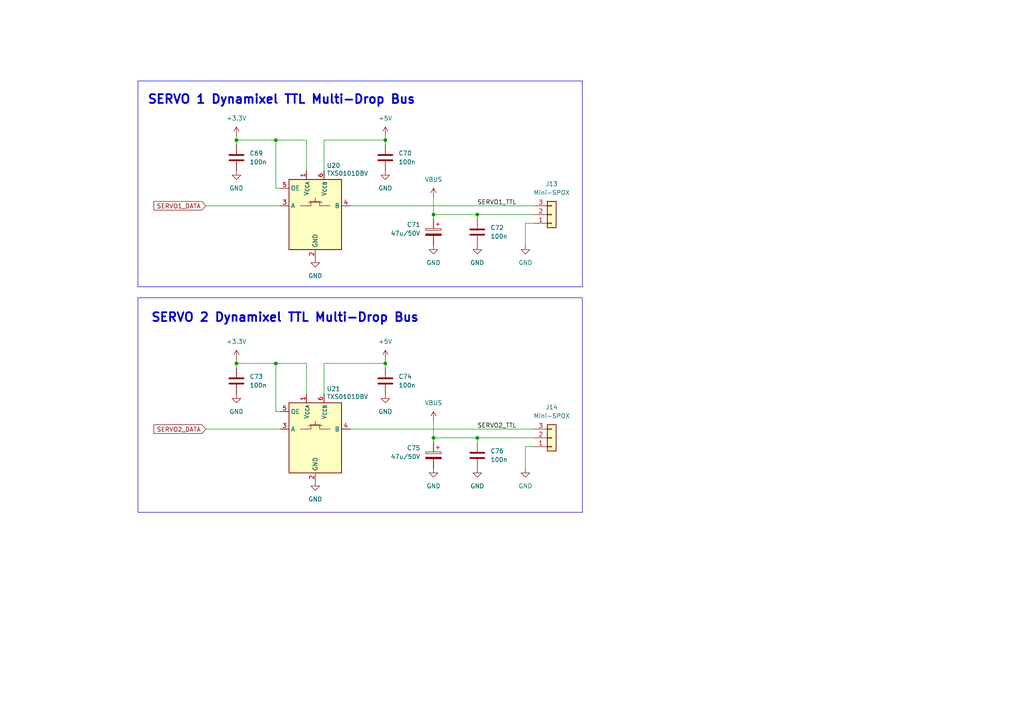
<source format=kicad_sch>
(kicad_sch (version 20231120) (generator "eeschema") (generator_version "8.0")
  (paper "A4")
  (title_block (title "Hogger2 Controller") (date "2025-03-08") (rev "V1.1") (comment 4 "Author: Eryk Możdżeń"))
  (lib_symbols
    (symbol "Connector_Generic:Conn_01x03" (pin_names (offset 1.016) hide)
      (property "Reference" "J" (at 0 5.08 0))
      (property "Value" "Conn_01x03" (at 0 -5.08 0))
      (symbol "Conn_01x03_1_1"
        (rectangle (start -1.27 -2.413) (end 0 -2.667) (stroke (width 0.1524)))
        (rectangle (start -1.27 0.127) (end 0 -0.127) (stroke (width 0.1524)))
        (rectangle (start -1.27 2.667) (end 0 2.413) (stroke (width 0.1524)))
        (rectangle (start -1.27 3.81) (end 1.27 -3.81) (stroke (width 0.254)) (fill (type background)))
        (pin passive line (at -5.08 2.54 0) (length 3.81) (name "Pin_1") (number "1"))
        (pin passive line (at -5.08 0 0) (length 3.81) (name "Pin_2") (number "2"))
        (pin passive line (at -5.08 -2.54 0) (length 3.81) (name "Pin_3") (number "3"))
      )
    )
    (symbol "Device:C" (pin_numbers hide) (pin_names (offset 0.254))
      (property "Reference" "C" (at 0.635 2.54 0))
      (property "Value" "C" (at 0.635 -2.54 0))
      (symbol "C_0_1"
        (polyline (pts (xy -2.032 -0.762) (xy 2.032 -0.762)) (stroke (width 0.508)))
        (polyline (pts (xy -2.032 0.762) (xy 2.032 0.762)) (stroke (width 0.508)))
      )
      (symbol "C_1_1"
        (pin passive line (at 0 3.81 270) (length 2.794) (name "~") (number "1"))
        (pin passive line (at 0 -3.81 90) (length 2.794) (name "~") (number "2"))
      )
    )
    (symbol "Device:C_Polarized" (pin_numbers hide) (pin_names (offset 0.254))
      (property "Reference" "C" (at 0.635 2.54 0))
      (property "Value" "C_Polarized" (at 0.635 -2.54 0))
      (symbol "C_Polarized_0_1"
        (rectangle (start -2.286 0.508) (end 2.286 1.016))
        (polyline (pts (xy -1.778 2.286) (xy -0.762 2.286)))
        (polyline (pts (xy -1.27 2.794) (xy -1.27 1.778)))
        (rectangle (start 2.286 -0.508) (end -2.286 -1.016) (fill (type outline)))
      )
      (symbol "C_Polarized_1_1"
        (pin passive line (at 0 3.81 270) (length 2.794) (name "~") (number "1"))
        (pin passive line (at 0 -3.81 90) (length 2.794) (name "~") (number "2"))
      )
    )
    (symbol "Logic_LevelTranslator:TXS0101DBV"
      (property "Reference" "U" (at -6.35 11.43 0))
      (property "Value" "TXS0101DBV" (at 8.89 11.43 0))
      (symbol "TXS0101DBV_0_1"
        (rectangle (start -7.62 10.16) (end 7.62 -10.16) (stroke (width 0.254)) (fill (type background)))
      )
      (symbol "TXS0101DBV_1_1"
        (polyline (pts (xy -4.318 2.54) (xy -1.27 2.54)))
        (polyline (pts (xy -2.032 3.556) (xy 2.032 3.556)))
        (polyline (pts (xy -1.524 3.81) (xy 1.524 3.81)))
        (polyline (pts (xy -1.27 2.54) (xy -1.27 3.556)))
        (polyline (pts (xy 0 3.81) (xy 0 4.826)))
        (polyline (pts (xy 1.27 2.54) (xy 1.27 3.556)))
        (polyline (pts (xy 4.318 2.54) (xy 1.27 2.54)))
        (pin power_in line (at -2.54 12.7 270) (length 2.54) (name "V_{CCA}") (number "1"))
        (pin power_in line (at 0 -12.7 90) (length 2.54) (name "GND") (number "2"))
        (pin bidirectional line (at -10.16 2.54 0) (length 2.54) (name "A") (number "3"))
        (pin bidirectional line (at 10.16 2.54 180) (length 2.54) (name "B") (number "4"))
        (pin input line (at -10.16 7.62 0) (length 2.54) (name "OE") (number "5"))
        (pin power_in line (at 2.54 12.7 270) (length 2.54) (name "V_{CCB}") (number "6"))
      )
    )
    (symbol "VBUS_1" (power) (pin_numbers hide) (pin_names (offset 0) hide)
      (property "Value" "VBUS" (at 0 3.556 0))
      (symbol "VBUS_1_0_1"
        (polyline (pts (xy -0.762 1.27) (xy 0 2.54)))
        (polyline (pts (xy 0 0) (xy 0 2.54)))
        (polyline (pts (xy 0 2.54) (xy 0.762 1.27)))
      )
      (symbol "VBUS_1_1_1"
        (pin power_in line (at 0 0 90) (length 0) (name "~") (number "1"))
      )
    )
    (symbol "power:+3.3V" (power) (pin_numbers hide) (pin_names (offset 0) hide)
      (property "Value" "+3.3V" (at 0 3.556 0))
      (symbol "+3.3V_0_1"
        (polyline (pts (xy -0.762 1.27) (xy 0 2.54)))
        (polyline (pts (xy 0 0) (xy 0 2.54)))
        (polyline (pts (xy 0 2.54) (xy 0.762 1.27)))
      )
      (symbol "+3.3V_1_1"
        (pin power_in line (at 0 0 90) (length 0) (name "~") (number "1"))
      )
    )
    (symbol "power:+5V" (power) (pin_numbers hide) (pin_names (offset 0) hide)
      (property "Value" "+5V" (at 0 3.556 0))
      (symbol "+5V_0_1"
        (polyline (pts (xy -0.762 1.27) (xy 0 2.54)))
        (polyline (pts (xy 0 0) (xy 0 2.54)))
        (polyline (pts (xy 0 2.54) (xy 0.762 1.27)))
      )
      (symbol "+5V_1_1"
        (pin power_in line (at 0 0 90) (length 0) (name "~") (number "1"))
      )
    )
    (symbol "power:GND" (power) (pin_numbers hide) (pin_names (offset 0) hide)
      (property "Value" "GND" (at 0 -3.81 0))
      (symbol "GND_0_1"
        (polyline (pts (xy 0 0) (xy 0 -1.27) (xy 1.27 -1.27) (xy 0 -2.54) (xy -1.27 -1.27) (xy 0 -1.27)))
      )
      (symbol "GND_1_1"
        (pin power_in line (at 0 0 270) (length 0) (name "~") (number "1"))
      )
    )
  )
  (junction (at 125.73 62.23))
  (junction (at 138.43 62.23))
  (junction (at 138.43 127))
  (junction (at 68.58 105.41))
  (junction (at 111.76 40.64))
  (junction (at 111.76 105.41))
  (junction (at 80.01 105.41))
  (junction (at 68.58 40.64))
  (junction (at 80.01 40.64))
  (junction (at 125.73 127))
  (wire (pts (xy 68.58 40.64) (xy 68.58 41.91)))
  (wire (pts (xy 125.73 57.15) (xy 125.73 62.23)))
  (wire (pts (xy 68.58 105.41) (xy 68.58 106.68)))
  (wire (pts (xy 88.9 105.41) (xy 88.9 114.3)))
  (wire (pts (xy 68.58 105.41) (xy 80.01 105.41)))
  (wire (pts (xy 68.58 39.37) (xy 68.58 40.64)))
  (wire (pts (xy 93.98 105.41) (xy 111.76 105.41)))
  (wire (pts (xy 80.01 119.38) (xy 80.01 105.41)))
  (wire (pts (xy 80.01 40.64) (xy 88.9 40.64)))
  (wire (pts (xy 101.6 59.69) (xy 154.94 59.69)))
  (wire (pts (xy 93.98 49.53) (xy 93.98 40.64)))
  (wire (pts (xy 101.6 124.46) (xy 154.94 124.46)))
  (wire (pts (xy 80.01 105.41) (xy 88.9 105.41)))
  (wire (pts (xy 138.43 62.23) (xy 125.73 62.23)))
  (wire (pts (xy 125.73 121.92) (xy 125.73 127)))
  (wire (pts (xy 125.73 62.23) (xy 125.73 63.5)))
  (wire (pts (xy 111.76 104.14) (xy 111.76 105.41)))
  (wire (pts (xy 88.9 40.64) (xy 88.9 49.53)))
  (wire (pts (xy 138.43 127) (xy 125.73 127)))
  (wire (pts (xy 152.4 71.12) (xy 152.4 64.77)))
  (wire (pts (xy 152.4 129.54) (xy 154.94 129.54)))
  (wire (pts (xy 154.94 62.23) (xy 138.43 62.23)))
  (wire (pts (xy 81.28 54.61) (xy 80.01 54.61)))
  (wire (pts (xy 68.58 104.14) (xy 68.58 105.41)))
  (wire (pts (xy 68.58 40.64) (xy 80.01 40.64)))
  (wire (pts (xy 125.73 127) (xy 125.73 128.27)))
  (wire (pts (xy 59.69 59.69) (xy 81.28 59.69)))
  (wire (pts (xy 154.94 127) (xy 138.43 127)))
  (wire (pts (xy 138.43 127) (xy 138.43 128.27)))
  (wire (pts (xy 81.28 119.38) (xy 80.01 119.38)))
  (wire (pts (xy 152.4 64.77) (xy 154.94 64.77)))
  (wire (pts (xy 111.76 39.37) (xy 111.76 40.64)))
  (wire (pts (xy 138.43 62.23) (xy 138.43 63.5)))
  (wire (pts (xy 111.76 40.64) (xy 111.76 41.91)))
  (wire (pts (xy 152.4 135.89) (xy 152.4 129.54)))
  (wire (pts (xy 59.69 124.46) (xy 81.28 124.46)))
  (wire (pts (xy 80.01 54.61) (xy 80.01 40.64)))
  (wire (pts (xy 111.76 105.41) (xy 111.76 106.68)))
  (wire (pts (xy 93.98 40.64) (xy 111.76 40.64)))
  (wire (pts (xy 93.98 114.3) (xy 93.98 105.41)))
  (rectangle (start 40.005 86.36) (end 168.91 148.59))
  (rectangle (start 40.005 23.495) (end 168.91 83.185))
  (text "SERVO 1 Dynamixel TTL Multi-Drop Bus" (at 42.672 28.956 0) (effects (font (size 2.54 2.54) (thickness 0.508) (bold yes)) (justify left)))
  (text "SERVO 2 Dynamixel TTL Multi-Drop Bus" (at 43.688 92.202 0) (effects (font (size 2.54 2.54) (thickness 0.508) (bold yes)) (justify left)))
  (label "SERVO1_TTL" (at 138.43 59.69 0))
  (label "SERVO2_TTL" (at 138.43 124.46 0))
  (global_label "SERVO2_DATA" (shape input) (at 59.69 124.46 180) (property "Intersheetrefs" "${INTERSHEET_REFS}" (effects (hide yes))))
  (global_label "SERVO1_DATA" (shape input) (at 59.69 59.69 180) (property "Intersheetrefs" "${INTERSHEET_REFS}" (effects (hide yes))))
  (symbol (lib_id "Device:C") (at 68.58 45.72 0) (unit 1)
    (property "Reference" "C69" (at 72.39 44.4499 0) (effects (justify left)))
    (property "Value" "100n" (at 72.39 46.9899 0) (effects (justify left)))
    (property "Footprint" "Capacitor_SMD:C_0603_1608Metric" (effects (hide yes)))
    (property "Description" "Unpolarized capacitor" (effects (hide yes)))
  )
  (symbol (lib_id "Connector_Generic:Conn_01x03") (at 160.02 62.23 0) (mirror x) (unit 1)
    (property "Reference" "J13" (at 160.02 53.34 0))
    (property "Value" "Mini-SPOX" (at 160.02 55.88 0))
    (property "Footprint" "hogger2:Molex-MiniSPOX-22057035-5268" (effects (hide yes)))
    (property "Description" "Generic connector, single row, 01x03, script generated (kicad-library-utils/schlib/autogen/connector/)" (effects (hide yes)))
  )
  (symbol (lib_id "power:GND") (at 111.76 114.3 0) (unit 1)
    (property "Reference" "#PWR0150" (effects (hide yes)))
    (property "Value" "GND" (at 111.76 119.38 0))
    (property "Description" "Power symbol creates a global label with name \"GND\" , ground" (effects (hide yes)))
  )
  (symbol (lib_id "power:GND") (at 68.58 49.53 0) (unit 1)
    (property "Reference" "#PWR0140" (effects (hide yes)))
    (property "Value" "GND" (at 68.58 54.61 0))
    (property "Description" "Power symbol creates a global label with name \"GND\" , ground" (effects (hide yes)))
  )
  (symbol (lib_id "Device:C") (at 111.76 110.49 0) (unit 1)
    (property "Reference" "C74" (at 115.57 109.2199 0) (effects (justify left)))
    (property "Value" "100n" (at 115.57 111.7599 0) (effects (justify left)))
    (property "Footprint" "Capacitor_SMD:C_0603_1608Metric" (effects (hide yes)))
    (property "Description" "Unpolarized capacitor" (effects (hide yes)))
  )
  (symbol (lib_id "power:GND") (at 91.44 74.93 0) (unit 1)
    (property "Reference" "#PWR0146" (effects (hide yes)))
    (property "Value" "GND" (at 91.44 80.01 0))
    (property "Description" "Power symbol creates a global label with name \"GND\" , ground" (effects (hide yes)))
  )
  (symbol (lib_id "power:+3.3V") (at 68.58 39.37 0) (unit 1)
    (property "Reference" "#PWR0138" (effects (hide yes)))
    (property "Value" "+3.3V" (at 68.58 34.29 0))
    (property "Description" "Power symbol creates a global label with name \"+3.3V\"" (effects (hide yes)))
  )
  (symbol (lib_id "power:+3.3V") (at 68.58 104.14 0) (unit 1)
    (property "Reference" "#PWR0147" (effects (hide yes)))
    (property "Value" "+3.3V" (at 68.58 99.06 0))
    (property "Description" "Power symbol creates a global label with name \"+3.3V\"" (effects (hide yes)))
  )
  (symbol (lib_id "Device:C") (at 138.43 132.08 0) (unit 1)
    (property "Reference" "C76" (at 142.24 130.8099 0) (effects (justify left)))
    (property "Value" "100n" (at 142.24 133.3499 0) (effects (justify left)))
    (property "Footprint" "Capacitor_SMD:C_0603_1608Metric" (effects (hide yes)))
    (property "Description" "Unpolarized capacitor" (effects (hide yes)))
  )
  (symbol (lib_id "power:GND") (at 152.4 71.12 0) (unit 1)
    (property "Reference" "#PWR0145" (effects (hide yes)))
    (property "Value" "GND" (at 152.4 76.2 0))
    (property "Description" "Power symbol creates a global label with name \"GND\" , ground" (effects (hide yes)))
  )
  (symbol (lib_id "power:GND") (at 91.44 139.7 0) (unit 1)
    (property "Reference" "#PWR0155" (effects (hide yes)))
    (property "Value" "GND" (at 91.44 144.78 0))
    (property "Description" "Power symbol creates a global label with name \"GND\" , ground" (effects (hide yes)))
  )
  (symbol (lib_id "power:GND") (at 152.4 135.89 0) (unit 1)
    (property "Reference" "#PWR0154" (effects (hide yes)))
    (property "Value" "GND" (at 152.4 140.97 0))
    (property "Description" "Power symbol creates a global label with name \"GND\" , ground" (effects (hide yes)))
  )
  (symbol (lib_id "power:GND") (at 68.58 114.3 0) (unit 1)
    (property "Reference" "#PWR0149" (effects (hide yes)))
    (property "Value" "GND" (at 68.58 119.38 0))
    (property "Description" "Power symbol creates a global label with name \"GND\" , ground" (effects (hide yes)))
  )
  (symbol (lib_id "Connector_Generic:Conn_01x03") (at 160.02 127 0) (mirror x) (unit 1)
    (property "Reference" "J14" (at 160.02 118.11 0))
    (property "Value" "Mini-SPOX" (at 160.02 120.65 0))
    (property "Footprint" "hogger2:Molex-MiniSPOX-22057035-5268" (effects (hide yes)))
    (property "Description" "Generic connector, single row, 01x03, script generated (kicad-library-utils/schlib/autogen/connector/)" (effects (hide yes)))
  )
  (symbol (lib_id "Device:C") (at 68.58 110.49 0) (unit 1)
    (property "Reference" "C73" (at 72.39 109.2199 0) (effects (justify left)))
    (property "Value" "100n" (at 72.39 111.7599 0) (effects (justify left)))
    (property "Footprint" "Capacitor_SMD:C_0603_1608Metric" (effects (hide yes)))
    (property "Description" "Unpolarized capacitor" (effects (hide yes)))
  )
  (symbol (lib_id "power:GND") (at 138.43 71.12 0) (unit 1)
    (property "Reference" "#PWR0144" (effects (hide yes)))
    (property "Value" "GND" (at 138.43 76.2 0))
    (property "Description" "Power symbol creates a global label with name \"GND\" , ground" (effects (hide yes)))
  )
  (symbol (lib_id "Device:C") (at 138.43 67.31 0) (unit 1)
    (property "Reference" "C72" (at 142.24 66.0399 0) (effects (justify left)))
    (property "Value" "100n" (at 142.24 68.5799 0) (effects (justify left)))
    (property "Footprint" "Capacitor_SMD:C_0603_1608Metric" (effects (hide yes)))
    (property "Description" "Unpolarized capacitor" (effects (hide yes)))
  )
  (symbol (lib_id "Device:C") (at 111.76 45.72 0) (unit 1)
    (property "Reference" "C70" (at 115.57 44.4499 0) (effects (justify left)))
    (property "Value" "100n" (at 115.57 46.9899 0) (effects (justify left)))
    (property "Footprint" "Capacitor_SMD:C_0603_1608Metric" (effects (hide yes)))
    (property "Description" "Unpolarized capacitor" (effects (hide yes)))
  )
  (symbol (lib_name "VBUS_1") (lib_id "power:VBUS") (at 125.73 121.92 0) (unit 1)
    (property "Reference" "#PWR0151" (effects (hide yes)))
    (property "Value" "VBUS" (at 125.73 116.84 0))
    (property "Description" "Power symbol creates a global label with name \"VBUS\"" (effects (hide yes)))
  )
  (symbol (lib_name "VBUS_1") (lib_id "power:VBUS") (at 125.73 57.15 0) (unit 1)
    (property "Reference" "#PWR0142" (effects (hide yes)))
    (property "Value" "VBUS" (at 125.73 52.07 0))
    (property "Description" "Power symbol creates a global label with name \"VBUS\"" (effects (hide yes)))
  )
  (symbol (lib_id "Device:C_Polarized") (at 125.73 132.08 0) (mirror y) (unit 1)
    (property "Reference" "C75" (at 121.92 129.9209 0) (effects (justify left)))
    (property "Value" "47u/50V" (at 121.92 132.4609 0) (effects (justify left)))
    (property "Footprint" "Capacitor_SMD:CP_Elec_6.3x7.7" (effects (hide yes)))
    (property "Description" "Polarized capacitor" (effects (hide yes)))
  )
  (symbol (lib_id "Device:C_Polarized") (at 125.73 67.31 0) (mirror y) (unit 1)
    (property "Reference" "C71" (at 121.92 65.1509 0) (effects (justify left)))
    (property "Value" "47u/50V" (at 121.92 67.6909 0) (effects (justify left)))
    (property "Footprint" "Capacitor_SMD:CP_Elec_6.3x7.7" (effects (hide yes)))
    (property "Description" "Polarized capacitor" (effects (hide yes)))
  )
  (symbol (lib_id "power:+5V") (at 111.76 104.14 0) (unit 1)
    (property "Reference" "#PWR0148" (effects (hide yes)))
    (property "Value" "+5V" (at 111.76 99.06 0))
    (property "Description" "Power symbol creates a global label with name \"+5V\"" (effects (hide yes)))
  )
  (symbol (lib_id "power:GND") (at 111.76 49.53 0) (unit 1)
    (property "Reference" "#PWR0141" (effects (hide yes)))
    (property "Value" "GND" (at 111.76 54.61 0))
    (property "Description" "Power symbol creates a global label with name \"GND\" , ground" (effects (hide yes)))
  )
  (symbol (lib_id "power:GND") (at 125.73 71.12 0) (unit 1)
    (property "Reference" "#PWR0143" (effects (hide yes)))
    (property "Value" "GND" (at 125.73 76.2 0))
    (property "Description" "Power symbol creates a global label with name \"GND\" , ground" (effects (hide yes)))
  )
  (symbol (lib_id "power:GND") (at 138.43 135.89 0) (unit 1)
    (property "Reference" "#PWR0153" (effects (hide yes)))
    (property "Value" "GND" (at 138.43 140.97 0))
    (property "Description" "Power symbol creates a global label with name \"GND\" , ground" (effects (hide yes)))
  )
  (symbol (lib_id "Logic_LevelTranslator:TXS0101DBV") (at 91.44 127 0) (unit 1)
    (property "Reference" "U21" (at 94.742 112.776 0) (effects (justify left)))
    (property "Value" "TXS0101DBV" (at 94.742 115.062 0) (effects (justify left)))
    (property "Footprint" "Package_TO_SOT_SMD:SOT-23-6" (effects (hide yes)))
    (property "Datasheet" "https://www.ti.com/lit/ds/symlink/txs0101.pdf" (effects (hide yes)))
    (property "Description" "1-Bit Bidirectional Voltage-Level Shifter for Open-Drain and Push-Pull Application, SOT-23" (effects (hide yes)))
  )
  (symbol (lib_id "power:+5V") (at 111.76 39.37 0) (unit 1)
    (property "Reference" "#PWR0139" (effects (hide yes)))
    (property "Value" "+5V" (at 111.76 34.29 0))
    (property "Description" "Power symbol creates a global label with name \"+5V\"" (effects (hide yes)))
  )
  (symbol (lib_id "power:GND") (at 125.73 135.89 0) (unit 1)
    (property "Reference" "#PWR0152" (effects (hide yes)))
    (property "Value" "GND" (at 125.73 140.97 0))
    (property "Description" "Power symbol creates a global label with name \"GND\" , ground" (effects (hide yes)))
  )
  (symbol (lib_id "Logic_LevelTranslator:TXS0101DBV") (at 91.44 62.23 0) (unit 1)
    (property "Reference" "U20" (at 94.742 48.006 0) (effects (justify left)))
    (property "Value" "TXS0101DBV" (at 94.742 50.292 0) (effects (justify left)))
    (property "Footprint" "Package_TO_SOT_SMD:SOT-23-6" (effects (hide yes)))
    (property "Datasheet" "https://www.ti.com/lit/ds/symlink/txs0101.pdf" (effects (hide yes)))
    (property "Description" "1-Bit Bidirectional Voltage-Level Shifter for Open-Drain and Push-Pull Application, SOT-23" (effects (hide yes)))
  )
)
</source>
